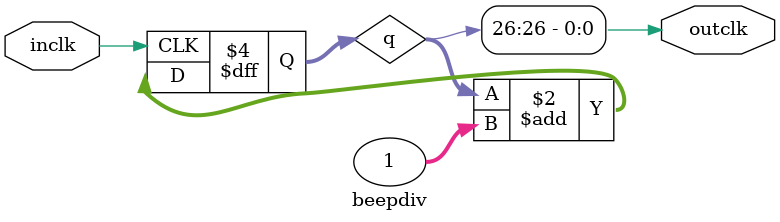
<source format=v>
`timescale 1ns / 1ps


module beepdiv(
    input inclk,
output outclk
    );
    
    reg [35:0] q;
    
    initial q<=36'b0;
    
    always@(posedge inclk)
         q<=q+1;
    
    //beep
    assign outclk=q[26];//around 1Hz
    
endmodule

</source>
